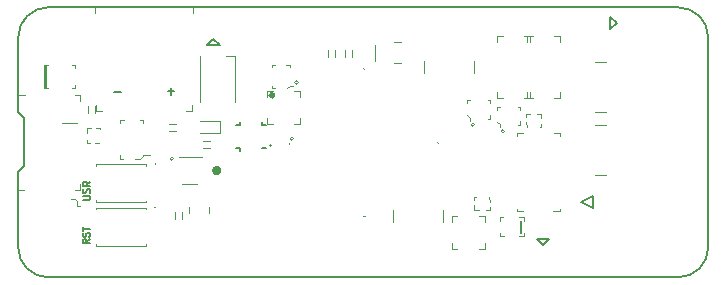
<source format=gbr>
G04 #@! TF.GenerationSoftware,KiCad,Pcbnew,5.1.5+dfsg1-2~bpo10+1*
G04 #@! TF.CreationDate,2020-03-27T19:59:47+01:00*
G04 #@! TF.ProjectId,quick-feather-board,71756963-6b2d-4666-9561-746865722d62,rev?*
G04 #@! TF.SameCoordinates,Original*
G04 #@! TF.FileFunction,Legend,Top*
G04 #@! TF.FilePolarity,Positive*
%FSLAX46Y46*%
G04 Gerber Fmt 4.6, Leading zero omitted, Abs format (unit mm)*
G04 Created by KiCad (PCBNEW 5.1.5+dfsg1-2~bpo10+1) date 2020-03-27 19:59:47*
%MOMM*%
%LPD*%
G04 APERTURE LIST*
%ADD10C,0.150000*%
%ADD11C,0.400000*%
%ADD12C,0.200000*%
%ADD13C,0.100000*%
%ADD14C,0.127000*%
%ADD15C,0.120000*%
G04 APERTURE END LIST*
D10*
X131766666Y-100750000D02*
X131233333Y-100750000D01*
X136050000Y-100966666D02*
X136050000Y-100433333D01*
X136316666Y-100700000D02*
X135783333Y-100700000D01*
X129151428Y-113218571D02*
X128865714Y-113418571D01*
X129151428Y-113561428D02*
X128551428Y-113561428D01*
X128551428Y-113332857D01*
X128580000Y-113275714D01*
X128608571Y-113247142D01*
X128665714Y-113218571D01*
X128751428Y-113218571D01*
X128808571Y-113247142D01*
X128837142Y-113275714D01*
X128865714Y-113332857D01*
X128865714Y-113561428D01*
X129122857Y-112990000D02*
X129151428Y-112904285D01*
X129151428Y-112761428D01*
X129122857Y-112704285D01*
X129094285Y-112675714D01*
X129037142Y-112647142D01*
X128980000Y-112647142D01*
X128922857Y-112675714D01*
X128894285Y-112704285D01*
X128865714Y-112761428D01*
X128837142Y-112875714D01*
X128808571Y-112932857D01*
X128780000Y-112961428D01*
X128722857Y-112990000D01*
X128665714Y-112990000D01*
X128608571Y-112961428D01*
X128580000Y-112932857D01*
X128551428Y-112875714D01*
X128551428Y-112732857D01*
X128580000Y-112647142D01*
X128551428Y-112475714D02*
X128551428Y-112132857D01*
X129151428Y-112304285D02*
X128551428Y-112304285D01*
X128571428Y-109887142D02*
X129057142Y-109887142D01*
X129114285Y-109858571D01*
X129142857Y-109830000D01*
X129171428Y-109772857D01*
X129171428Y-109658571D01*
X129142857Y-109601428D01*
X129114285Y-109572857D01*
X129057142Y-109544285D01*
X128571428Y-109544285D01*
X129142857Y-109287142D02*
X129171428Y-109201428D01*
X129171428Y-109058571D01*
X129142857Y-109001428D01*
X129114285Y-108972857D01*
X129057142Y-108944285D01*
X129000000Y-108944285D01*
X128942857Y-108972857D01*
X128914285Y-109001428D01*
X128885714Y-109058571D01*
X128857142Y-109172857D01*
X128828571Y-109230000D01*
X128800000Y-109258571D01*
X128742857Y-109287142D01*
X128685714Y-109287142D01*
X128628571Y-109258571D01*
X128600000Y-109230000D01*
X128571428Y-109172857D01*
X128571428Y-109030000D01*
X128600000Y-108944285D01*
X129171428Y-108344285D02*
X128885714Y-108544285D01*
X129171428Y-108687142D02*
X128571428Y-108687142D01*
X128571428Y-108458571D01*
X128600000Y-108401428D01*
X128628571Y-108372857D01*
X128685714Y-108344285D01*
X128771428Y-108344285D01*
X128828571Y-108372857D01*
X128857142Y-108401428D01*
X128885714Y-108458571D01*
X128885714Y-108687142D01*
X123101100Y-102463600D02*
X123609100Y-102971600D01*
X123609100Y-102971600D02*
X123609100Y-107035600D01*
X123609100Y-107035600D02*
X123101100Y-107543600D01*
X178981100Y-93573600D02*
G75*
G02X181521100Y-96113600I0J-2540000D01*
G01*
X181521100Y-113893600D02*
G75*
G02X178981100Y-116433600I-2540000J0D01*
G01*
X125641100Y-116433600D02*
X178981100Y-116433600D01*
X181521100Y-113893600D02*
X181521100Y-96113600D01*
X178981100Y-93573600D02*
X125641100Y-93573600D01*
X123101100Y-96113600D02*
G75*
G02X125641100Y-93573600I2540000J0D01*
G01*
X123101100Y-96113600D02*
X123101100Y-102463600D01*
X123101100Y-107543600D02*
X123101100Y-113893600D01*
X125641100Y-116433600D02*
G75*
G02X123101100Y-113893600I0J2540000D01*
G01*
D11*
X144680000Y-101007000D02*
G75*
G03X144680000Y-101007000I-100000J0D01*
G01*
D12*
X171732000Y-109575600D02*
X170716000Y-110083600D01*
X171732000Y-110591600D02*
X171732000Y-109575600D01*
X170716000Y-110083600D02*
X171732000Y-110591600D01*
D13*
X165360000Y-104243600D02*
X165860000Y-104243600D01*
X165360000Y-104443600D02*
X165360000Y-104243600D01*
X168960000Y-104243600D02*
X168460000Y-104243600D01*
X168960000Y-104443600D02*
X168960000Y-104243600D01*
X168960000Y-110843600D02*
X168360000Y-110843600D01*
X168960000Y-110643600D02*
X168960000Y-110843600D01*
X165360000Y-110643600D02*
X165360000Y-110843600D01*
X165360000Y-110843600D02*
X165860000Y-110843600D01*
D14*
X134712250Y-110513200D02*
G75*
G03X134712250Y-110513200I-15650J0D01*
G01*
D15*
X133930000Y-110550000D02*
X133930000Y-110670000D01*
X133930000Y-113750000D02*
X133930000Y-113650000D01*
X129730000Y-113750000D02*
X133930000Y-113750000D01*
X129730000Y-113730000D02*
X129730000Y-113610000D01*
X129730000Y-110550000D02*
X129730000Y-110670000D01*
X129730000Y-110550000D02*
X133930000Y-110550000D01*
D14*
X134712250Y-106813200D02*
G75*
G03X134712250Y-106813200I-15650J0D01*
G01*
D15*
X133930000Y-106850000D02*
X133930000Y-106970000D01*
X133930000Y-110050000D02*
X133930000Y-109950000D01*
X129730000Y-110050000D02*
X133930000Y-110050000D01*
X129730000Y-110030000D02*
X129730000Y-109910000D01*
X129730000Y-106850000D02*
X129730000Y-106970000D01*
X129730000Y-106850000D02*
X133930000Y-106850000D01*
D13*
X128095060Y-110426700D02*
X128295060Y-110426700D01*
X128095060Y-109976700D02*
X128095060Y-110426700D01*
X127895060Y-109776700D02*
X128095060Y-109976700D01*
X127595060Y-109776700D02*
X127895060Y-109776700D01*
X146407276Y-104701034D02*
G75*
G03X146407276Y-104701034I-148660J0D01*
G01*
D15*
X146066750Y-105060711D02*
X145996039Y-105131421D01*
X152360000Y-111212540D02*
X152430711Y-111283250D01*
X152289289Y-111283250D02*
X152360000Y-111212540D01*
X158582540Y-104990000D02*
X158653250Y-105060711D01*
X158653250Y-104919289D02*
X158582540Y-104990000D01*
X152360000Y-98767460D02*
X152289289Y-98696750D01*
X152430711Y-98696750D02*
X152360000Y-98767460D01*
X172911000Y-103523000D02*
X171911000Y-103523000D01*
X172911000Y-107763000D02*
X171911000Y-107763000D01*
X154870000Y-110760000D02*
X154870000Y-111760000D01*
X159110000Y-110760000D02*
X159110000Y-111760000D01*
X172911000Y-98223000D02*
X171911000Y-98223000D01*
X172911000Y-102463000D02*
X171911000Y-102463000D01*
X157480000Y-98140000D02*
X157480000Y-99140000D01*
X161720000Y-98140000D02*
X161720000Y-99140000D01*
X139230000Y-110480000D02*
X139230000Y-110980000D01*
X137530000Y-110480000D02*
X137530000Y-110980000D01*
D10*
X144536158Y-105270000D02*
G75*
G03X144536158Y-105270000I-76158J0D01*
G01*
X144050000Y-105470000D02*
X143775000Y-105470000D01*
X143750000Y-103570000D02*
X143750000Y-103270000D01*
X144050000Y-103570000D02*
X143750000Y-103570000D01*
X141850000Y-103570000D02*
X141850000Y-103270000D01*
X141550000Y-103570000D02*
X141850000Y-103570000D01*
X141850000Y-105470000D02*
X141850000Y-105770000D01*
X141550000Y-105470000D02*
X141850000Y-105470000D01*
D13*
X146830000Y-99940000D02*
G75*
G03X146830000Y-99940000I-150000J0D01*
G01*
X144605000Y-98465000D02*
X144855000Y-98465000D01*
X144605000Y-100415000D02*
X144855000Y-100415000D01*
X146105000Y-100215000D02*
X146330000Y-100215000D01*
X145880000Y-100415000D02*
X146105000Y-100215000D01*
X146155000Y-98490000D02*
X145805000Y-98490000D01*
X146155000Y-98665000D02*
X146155000Y-98490000D01*
X144605000Y-98665000D02*
X144605000Y-98465000D01*
X144605000Y-100415000D02*
X144605000Y-100215000D01*
X164290000Y-104060000D02*
G75*
G03X164290000Y-104060000I-150000J0D01*
G01*
X165615000Y-101985000D02*
X165615000Y-102235000D01*
X163665000Y-101985000D02*
X163665000Y-102235000D01*
X163865000Y-103485000D02*
X163865000Y-103710000D01*
X163665000Y-103260000D02*
X163865000Y-103485000D01*
X165590000Y-103535000D02*
X165590000Y-103185000D01*
X165415000Y-103535000D02*
X165590000Y-103535000D01*
X165415000Y-101985000D02*
X165615000Y-101985000D01*
X163665000Y-101985000D02*
X163865000Y-101985000D01*
X161740000Y-103530000D02*
G75*
G03X161740000Y-103530000I-150000J0D01*
G01*
X163065000Y-101455000D02*
X163065000Y-101705000D01*
X161115000Y-101455000D02*
X161115000Y-101705000D01*
X161315000Y-102955000D02*
X161315000Y-103180000D01*
X161115000Y-102730000D02*
X161315000Y-102955000D01*
X163040000Y-103005000D02*
X163040000Y-102655000D01*
X162865000Y-103005000D02*
X163040000Y-103005000D01*
X162865000Y-101455000D02*
X163065000Y-101455000D01*
X161115000Y-101455000D02*
X161315000Y-101455000D01*
X166411100Y-101283600D02*
X166411100Y-100783600D01*
X166411100Y-101283600D02*
X165911100Y-101283600D01*
X166411100Y-95983600D02*
X166411100Y-96483600D01*
X166411100Y-95983600D02*
X165911100Y-95983600D01*
X163611100Y-95983600D02*
X163611100Y-96483600D01*
X163611100Y-95983600D02*
X164111100Y-95983600D01*
X163611100Y-101283600D02*
X163611100Y-100783600D01*
X163611100Y-101283600D02*
X164111100Y-101283600D01*
X166151000Y-101283000D02*
X166651000Y-101283000D01*
X166151000Y-101283000D02*
X166151000Y-100783000D01*
X166151000Y-95983000D02*
X166651000Y-95983000D01*
X166151000Y-95983000D02*
X166151000Y-96483000D01*
X168951000Y-95983000D02*
X168451000Y-95983000D01*
X168951000Y-95983000D02*
X168951000Y-96483000D01*
X168951000Y-101283000D02*
X168451000Y-101283000D01*
X168951000Y-101283000D02*
X168951000Y-100783000D01*
D15*
X140700000Y-97680000D02*
X141500000Y-97680000D01*
X141500000Y-97680000D02*
X141500000Y-101580000D01*
X138500000Y-97680000D02*
X138500000Y-101580000D01*
D10*
X167526000Y-113728000D02*
X168051000Y-113203000D01*
X167001000Y-113203000D02*
X167526000Y-113728000D01*
X168051000Y-113203000D02*
X167001000Y-113203000D01*
D13*
X136260000Y-106400000D02*
G75*
G03X136260000Y-106400000I-150000J0D01*
G01*
D15*
X136735000Y-106250000D02*
X138635000Y-106250000D01*
X136960000Y-108550000D02*
X138260000Y-108550000D01*
D11*
X140100000Y-107400000D02*
G75*
G03X140100000Y-107400000I-200000J0D01*
G01*
D13*
X129619100Y-93550000D02*
X129619100Y-94050000D01*
X129619100Y-93550000D02*
X130119100Y-93550000D01*
X137919100Y-93550000D02*
X137419100Y-93550000D01*
X137919100Y-93550000D02*
X137919100Y-94050000D01*
X137819100Y-102350000D02*
X137319100Y-102350000D01*
X137819100Y-102350000D02*
X137819100Y-101850000D01*
X129719100Y-102350000D02*
X130219100Y-102350000D01*
X129719100Y-102350000D02*
X129719100Y-101850000D01*
X128370000Y-101003600D02*
X127870000Y-101003600D01*
X128370000Y-101003600D02*
X128370000Y-101503600D01*
X123120000Y-101003600D02*
X123670000Y-101003600D01*
X123120000Y-101003600D02*
X123120000Y-101503600D01*
X128120000Y-103403600D02*
X126820000Y-103403600D01*
X128370000Y-109003600D02*
X127870000Y-109003600D01*
X128370000Y-109003600D02*
X128370000Y-108503600D01*
X123120000Y-109003600D02*
X123620000Y-109003600D01*
X123120000Y-109003600D02*
X123120000Y-108503600D01*
X125475000Y-98475000D02*
X125475000Y-100425000D01*
X125375000Y-98475000D02*
X125375000Y-100425000D01*
X127925000Y-98475000D02*
X127925000Y-98700000D01*
X127625000Y-98475000D02*
X127925000Y-98475000D01*
X127925000Y-100425000D02*
X127675000Y-100425000D01*
X127925000Y-100175000D02*
X127925000Y-100425000D01*
X125275000Y-98475000D02*
X125275000Y-100425000D01*
X125625000Y-98475000D02*
X125275000Y-98475000D01*
X125625000Y-100425000D02*
X125275000Y-100425000D01*
D15*
X140230000Y-103230000D02*
X138530000Y-103230000D01*
X140230000Y-104030000D02*
X140230000Y-103230000D01*
X140230000Y-104230000D02*
X140230000Y-104030000D01*
X140130000Y-104230000D02*
X140230000Y-104230000D01*
X140030000Y-104230000D02*
X140130000Y-104230000D01*
X140030000Y-104230000D02*
X138530000Y-104230000D01*
X128990000Y-102530000D02*
X128990000Y-101930000D01*
X129590000Y-102530000D02*
X129590000Y-101930000D01*
X139350000Y-105500000D02*
X138750000Y-105500000D01*
X139350000Y-104900000D02*
X138750000Y-104900000D01*
X135890000Y-103420000D02*
X136490000Y-103420000D01*
X135890000Y-104020000D02*
X136490000Y-104020000D01*
X136380000Y-111480000D02*
X136380000Y-110880000D01*
X136980000Y-111480000D02*
X136980000Y-110880000D01*
D13*
X155230000Y-96530000D02*
X155530000Y-96530000D01*
X155230000Y-96530000D02*
X154930000Y-96530000D01*
X155230000Y-98330000D02*
X155530000Y-98330000D01*
X155230000Y-98330000D02*
X154930000Y-98330000D01*
X153330000Y-96730000D02*
X153330000Y-98130000D01*
D15*
X149350000Y-97750000D02*
X149350000Y-97150000D01*
X149950000Y-97750000D02*
X149950000Y-97150000D01*
X150740000Y-97750000D02*
X150740000Y-97150000D01*
X151340000Y-97750000D02*
X151340000Y-97150000D01*
D13*
X131700000Y-106055000D02*
X131700000Y-106380000D01*
X131700000Y-106380000D02*
X132000000Y-106380000D01*
X133700000Y-103405000D02*
X133700000Y-103080000D01*
X133700000Y-103080000D02*
X133400000Y-103080000D01*
X131700000Y-103380000D02*
X131700000Y-103080000D01*
X131700000Y-103080000D02*
X132025000Y-103080000D01*
X133375000Y-106380000D02*
X133700000Y-106155000D01*
X133700000Y-106155000D02*
X133700000Y-106055000D01*
X133700000Y-106055000D02*
X134225000Y-106055000D01*
X133375000Y-106380000D02*
X133000000Y-106380000D01*
D10*
X173235000Y-94357000D02*
X173235000Y-95407000D01*
X173235000Y-95407000D02*
X173760000Y-94882000D01*
X173760000Y-94882000D02*
X173235000Y-94357000D01*
D13*
X146948100Y-100670000D02*
X146448100Y-100670000D01*
X146948100Y-100670000D02*
X146948100Y-101170000D01*
X144150000Y-100670000D02*
X144650000Y-100670000D01*
X144150000Y-100670000D02*
X144150000Y-101170000D01*
X144150000Y-103470000D02*
X144650000Y-103470000D01*
X144150000Y-103470000D02*
X144150000Y-102970000D01*
X146948100Y-103470000D02*
X146448100Y-103470000D01*
X146948100Y-103470000D02*
X146948100Y-102970000D01*
X162594100Y-111224000D02*
X162094100Y-111224000D01*
X162594100Y-111224000D02*
X162594100Y-111724000D01*
X159796000Y-111224000D02*
X160296000Y-111224000D01*
X159796000Y-111224000D02*
X159796000Y-111724000D01*
X159796000Y-114024000D02*
X160296000Y-114024000D01*
X159796000Y-114024000D02*
X159796000Y-113524000D01*
X162594100Y-114024000D02*
X162094100Y-114024000D01*
X162594100Y-114024000D02*
X162594100Y-113524000D01*
D10*
X139636000Y-96278000D02*
X139111000Y-96803000D01*
X139111000Y-96803000D02*
X140161000Y-96803000D01*
X140161000Y-96803000D02*
X139636000Y-96278000D01*
D13*
X161730000Y-110720000D02*
X161730000Y-110345000D01*
X162130000Y-110720000D02*
X161730000Y-110720000D01*
X161730000Y-109620000D02*
X161830000Y-109620000D01*
X161730000Y-109895000D02*
X161730000Y-109620000D01*
X163030000Y-110720000D02*
X163030000Y-110445000D01*
X162705000Y-110720000D02*
X163030000Y-110720000D01*
X162955000Y-109795000D02*
X162955000Y-109645000D01*
X163030000Y-109895000D02*
X162955000Y-109795000D01*
X163030000Y-109895000D02*
X163030000Y-110020000D01*
X167400000Y-102590000D02*
X167400000Y-102965000D01*
X167000000Y-102590000D02*
X167400000Y-102590000D01*
X167400000Y-103690000D02*
X167300000Y-103690000D01*
X167400000Y-103415000D02*
X167400000Y-103690000D01*
X166100000Y-102590000D02*
X166100000Y-102865000D01*
X166425000Y-102590000D02*
X166100000Y-102590000D01*
X166175000Y-103515000D02*
X166175000Y-103665000D01*
X166100000Y-103415000D02*
X166175000Y-103515000D01*
X166100000Y-103415000D02*
X166100000Y-103290000D01*
X128900000Y-103800000D02*
X129275000Y-103800000D01*
X128900000Y-104200000D02*
X128900000Y-103800000D01*
X130000000Y-103800000D02*
X130000000Y-103900000D01*
X129725000Y-103800000D02*
X130000000Y-103800000D01*
X128900000Y-105100000D02*
X129175000Y-105100000D01*
X128900000Y-104775000D02*
X128900000Y-105100000D01*
X129825000Y-105025000D02*
X129975000Y-105025000D01*
X129725000Y-105100000D02*
X129825000Y-105025000D01*
X129725000Y-105100000D02*
X129600000Y-105100000D01*
X165920300Y-112976700D02*
X165920300Y-112676700D01*
X165545300Y-112976700D02*
X165920300Y-112976700D01*
X163870300Y-112976700D02*
X163870300Y-112701700D01*
X164195300Y-112976700D02*
X163870300Y-112976700D01*
X163870300Y-111326700D02*
X164170300Y-111326700D01*
X163870300Y-111651700D02*
X163870300Y-111326700D01*
X165545300Y-111336700D02*
X165920300Y-111336700D01*
X165920300Y-111636700D02*
X165920300Y-111336700D01*
X165595300Y-112651700D02*
X165695300Y-112651700D01*
X165595300Y-111651700D02*
X165595300Y-112651700D01*
X165695300Y-111651700D02*
X165595300Y-111651700D01*
X165695300Y-112651700D02*
X165695300Y-111651700D01*
M02*

</source>
